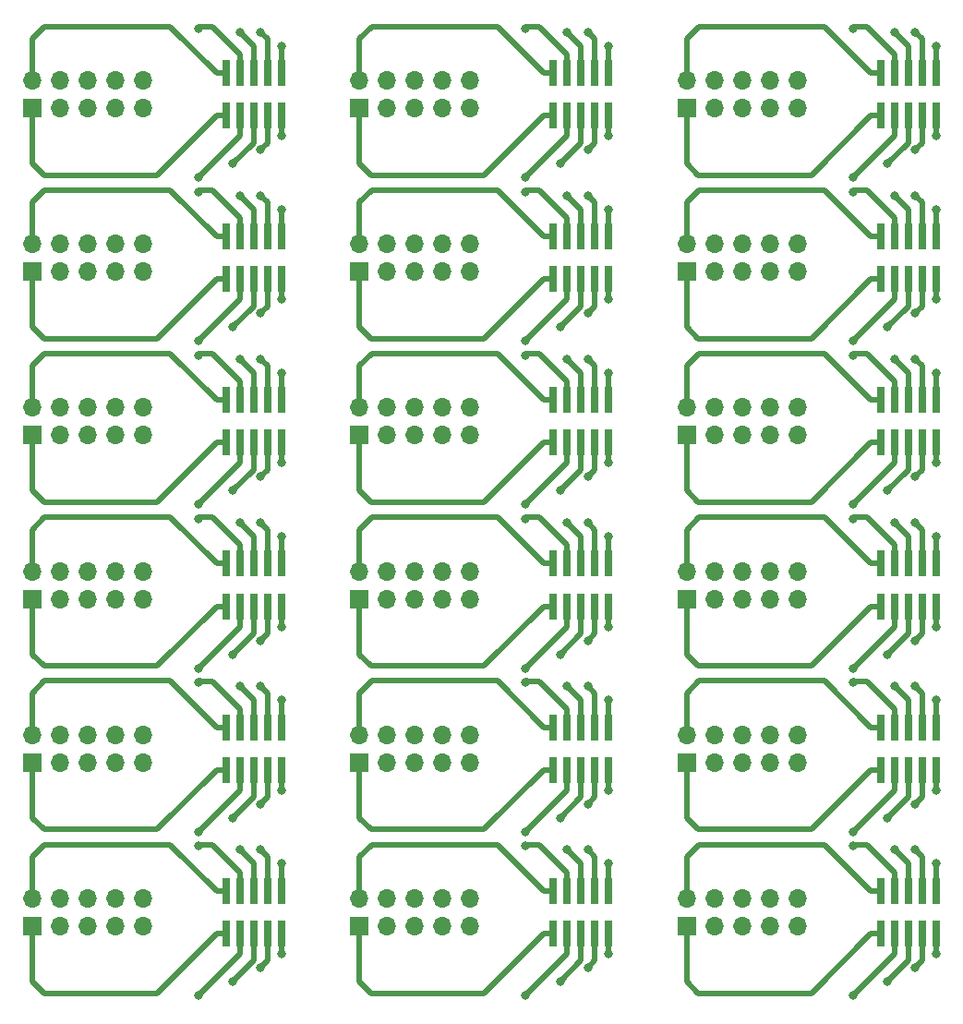
<source format=gbr>
G04 #@! TF.GenerationSoftware,KiCad,Pcbnew,5.1.5-52549c5~86~ubuntu18.04.1*
G04 #@! TF.CreationDate,2020-06-02T01:28:18-05:00*
G04 #@! TF.ProjectId,adap_127_254_panel,61646170-5f31-4323-975f-3235345f7061,rev?*
G04 #@! TF.SameCoordinates,Original*
G04 #@! TF.FileFunction,Copper,L1,Top*
G04 #@! TF.FilePolarity,Positive*
%FSLAX46Y46*%
G04 Gerber Fmt 4.6, Leading zero omitted, Abs format (unit mm)*
G04 Created by KiCad (PCBNEW 5.1.5-52549c5~86~ubuntu18.04.1) date 2020-06-02 01:28:18*
%MOMM*%
%LPD*%
G04 APERTURE LIST*
%ADD10R,0.740000X2.400000*%
%ADD11R,1.700000X1.700000*%
%ADD12O,1.700000X1.700000*%
%ADD13C,0.800000*%
%ADD14C,0.500000*%
G04 APERTURE END LIST*
D10*
X154615000Y-131560000D03*
X154615000Y-127660000D03*
X155885000Y-131560000D03*
X155885000Y-127660000D03*
X157155000Y-131560000D03*
X157155000Y-127660000D03*
X158425000Y-131560000D03*
X158425000Y-127660000D03*
X159695000Y-131560000D03*
X159695000Y-127660000D03*
X124615000Y-131560000D03*
X124615000Y-127660000D03*
X125885000Y-131560000D03*
X125885000Y-127660000D03*
X127155000Y-131560000D03*
X127155000Y-127660000D03*
X128425000Y-131560000D03*
X128425000Y-127660000D03*
X129695000Y-131560000D03*
X129695000Y-127660000D03*
X94615000Y-131560000D03*
X94615000Y-127660000D03*
X95885000Y-131560000D03*
X95885000Y-127660000D03*
X97155000Y-131560000D03*
X97155000Y-127660000D03*
X98425000Y-131560000D03*
X98425000Y-127660000D03*
X99695000Y-131560000D03*
X99695000Y-127660000D03*
X154615000Y-116560000D03*
X154615000Y-112660000D03*
X155885000Y-116560000D03*
X155885000Y-112660000D03*
X157155000Y-116560000D03*
X157155000Y-112660000D03*
X158425000Y-116560000D03*
X158425000Y-112660000D03*
X159695000Y-116560000D03*
X159695000Y-112660000D03*
X124615000Y-116560000D03*
X124615000Y-112660000D03*
X125885000Y-116560000D03*
X125885000Y-112660000D03*
X127155000Y-116560000D03*
X127155000Y-112660000D03*
X128425000Y-116560000D03*
X128425000Y-112660000D03*
X129695000Y-116560000D03*
X129695000Y-112660000D03*
X94615000Y-116560000D03*
X94615000Y-112660000D03*
X95885000Y-116560000D03*
X95885000Y-112660000D03*
X97155000Y-116560000D03*
X97155000Y-112660000D03*
X98425000Y-116560000D03*
X98425000Y-112660000D03*
X99695000Y-116560000D03*
X99695000Y-112660000D03*
X154615000Y-101560000D03*
X154615000Y-97660000D03*
X155885000Y-101560000D03*
X155885000Y-97660000D03*
X157155000Y-101560000D03*
X157155000Y-97660000D03*
X158425000Y-101560000D03*
X158425000Y-97660000D03*
X159695000Y-101560000D03*
X159695000Y-97660000D03*
X124615000Y-101560000D03*
X124615000Y-97660000D03*
X125885000Y-101560000D03*
X125885000Y-97660000D03*
X127155000Y-101560000D03*
X127155000Y-97660000D03*
X128425000Y-101560000D03*
X128425000Y-97660000D03*
X129695000Y-101560000D03*
X129695000Y-97660000D03*
X94615000Y-101560000D03*
X94615000Y-97660000D03*
X95885000Y-101560000D03*
X95885000Y-97660000D03*
X97155000Y-101560000D03*
X97155000Y-97660000D03*
X98425000Y-101560000D03*
X98425000Y-97660000D03*
X99695000Y-101560000D03*
X99695000Y-97660000D03*
X154615000Y-86560000D03*
X154615000Y-82660000D03*
X155885000Y-86560000D03*
X155885000Y-82660000D03*
X157155000Y-86560000D03*
X157155000Y-82660000D03*
X158425000Y-86560000D03*
X158425000Y-82660000D03*
X159695000Y-86560000D03*
X159695000Y-82660000D03*
X124615000Y-86560000D03*
X124615000Y-82660000D03*
X125885000Y-86560000D03*
X125885000Y-82660000D03*
X127155000Y-86560000D03*
X127155000Y-82660000D03*
X128425000Y-86560000D03*
X128425000Y-82660000D03*
X129695000Y-86560000D03*
X129695000Y-82660000D03*
X94615000Y-86560000D03*
X94615000Y-82660000D03*
X95885000Y-86560000D03*
X95885000Y-82660000D03*
X97155000Y-86560000D03*
X97155000Y-82660000D03*
X98425000Y-86560000D03*
X98425000Y-82660000D03*
X99695000Y-86560000D03*
X99695000Y-82660000D03*
X154615000Y-71560000D03*
X154615000Y-67660000D03*
X155885000Y-71560000D03*
X155885000Y-67660000D03*
X157155000Y-71560000D03*
X157155000Y-67660000D03*
X158425000Y-71560000D03*
X158425000Y-67660000D03*
X159695000Y-71560000D03*
X159695000Y-67660000D03*
X124615000Y-71560000D03*
X124615000Y-67660000D03*
X125885000Y-71560000D03*
X125885000Y-67660000D03*
X127155000Y-71560000D03*
X127155000Y-67660000D03*
X128425000Y-71560000D03*
X128425000Y-67660000D03*
X129695000Y-71560000D03*
X129695000Y-67660000D03*
X94615000Y-71560000D03*
X94615000Y-67660000D03*
X95885000Y-71560000D03*
X95885000Y-67660000D03*
X97155000Y-71560000D03*
X97155000Y-67660000D03*
X98425000Y-71560000D03*
X98425000Y-67660000D03*
X99695000Y-71560000D03*
X99695000Y-67660000D03*
X154615000Y-56560000D03*
X154615000Y-52660000D03*
X155885000Y-56560000D03*
X155885000Y-52660000D03*
X157155000Y-56560000D03*
X157155000Y-52660000D03*
X158425000Y-56560000D03*
X158425000Y-52660000D03*
X159695000Y-56560000D03*
X159695000Y-52660000D03*
X124615000Y-56560000D03*
X124615000Y-52660000D03*
X125885000Y-56560000D03*
X125885000Y-52660000D03*
X127155000Y-56560000D03*
X127155000Y-52660000D03*
X128425000Y-56560000D03*
X128425000Y-52660000D03*
X129695000Y-56560000D03*
X129695000Y-52660000D03*
D11*
X136835000Y-130880000D03*
D12*
X136835000Y-128340000D03*
X139375000Y-130880000D03*
X139375000Y-128340000D03*
X141915000Y-130880000D03*
X141915000Y-128340000D03*
X144455000Y-130880000D03*
X144455000Y-128340000D03*
X146995000Y-130880000D03*
X146995000Y-128340000D03*
D11*
X106835000Y-130880000D03*
D12*
X106835000Y-128340000D03*
X109375000Y-130880000D03*
X109375000Y-128340000D03*
X111915000Y-130880000D03*
X111915000Y-128340000D03*
X114455000Y-130880000D03*
X114455000Y-128340000D03*
X116995000Y-130880000D03*
X116995000Y-128340000D03*
D11*
X76835000Y-130880000D03*
D12*
X76835000Y-128340000D03*
X79375000Y-130880000D03*
X79375000Y-128340000D03*
X81915000Y-130880000D03*
X81915000Y-128340000D03*
X84455000Y-130880000D03*
X84455000Y-128340000D03*
X86995000Y-130880000D03*
X86995000Y-128340000D03*
D11*
X136835000Y-115880000D03*
D12*
X136835000Y-113340000D03*
X139375000Y-115880000D03*
X139375000Y-113340000D03*
X141915000Y-115880000D03*
X141915000Y-113340000D03*
X144455000Y-115880000D03*
X144455000Y-113340000D03*
X146995000Y-115880000D03*
X146995000Y-113340000D03*
D11*
X106835000Y-115880000D03*
D12*
X106835000Y-113340000D03*
X109375000Y-115880000D03*
X109375000Y-113340000D03*
X111915000Y-115880000D03*
X111915000Y-113340000D03*
X114455000Y-115880000D03*
X114455000Y-113340000D03*
X116995000Y-115880000D03*
X116995000Y-113340000D03*
D11*
X76835000Y-115880000D03*
D12*
X76835000Y-113340000D03*
X79375000Y-115880000D03*
X79375000Y-113340000D03*
X81915000Y-115880000D03*
X81915000Y-113340000D03*
X84455000Y-115880000D03*
X84455000Y-113340000D03*
X86995000Y-115880000D03*
X86995000Y-113340000D03*
D11*
X136835000Y-100880000D03*
D12*
X136835000Y-98340000D03*
X139375000Y-100880000D03*
X139375000Y-98340000D03*
X141915000Y-100880000D03*
X141915000Y-98340000D03*
X144455000Y-100880000D03*
X144455000Y-98340000D03*
X146995000Y-100880000D03*
X146995000Y-98340000D03*
D11*
X106835000Y-100880000D03*
D12*
X106835000Y-98340000D03*
X109375000Y-100880000D03*
X109375000Y-98340000D03*
X111915000Y-100880000D03*
X111915000Y-98340000D03*
X114455000Y-100880000D03*
X114455000Y-98340000D03*
X116995000Y-100880000D03*
X116995000Y-98340000D03*
D11*
X76835000Y-100880000D03*
D12*
X76835000Y-98340000D03*
X79375000Y-100880000D03*
X79375000Y-98340000D03*
X81915000Y-100880000D03*
X81915000Y-98340000D03*
X84455000Y-100880000D03*
X84455000Y-98340000D03*
X86995000Y-100880000D03*
X86995000Y-98340000D03*
D11*
X136835000Y-85880000D03*
D12*
X136835000Y-83340000D03*
X139375000Y-85880000D03*
X139375000Y-83340000D03*
X141915000Y-85880000D03*
X141915000Y-83340000D03*
X144455000Y-85880000D03*
X144455000Y-83340000D03*
X146995000Y-85880000D03*
X146995000Y-83340000D03*
D11*
X106835000Y-85880000D03*
D12*
X106835000Y-83340000D03*
X109375000Y-85880000D03*
X109375000Y-83340000D03*
X111915000Y-85880000D03*
X111915000Y-83340000D03*
X114455000Y-85880000D03*
X114455000Y-83340000D03*
X116995000Y-85880000D03*
X116995000Y-83340000D03*
D11*
X76835000Y-85880000D03*
D12*
X76835000Y-83340000D03*
X79375000Y-85880000D03*
X79375000Y-83340000D03*
X81915000Y-85880000D03*
X81915000Y-83340000D03*
X84455000Y-85880000D03*
X84455000Y-83340000D03*
X86995000Y-85880000D03*
X86995000Y-83340000D03*
D11*
X136835000Y-70880000D03*
D12*
X136835000Y-68340000D03*
X139375000Y-70880000D03*
X139375000Y-68340000D03*
X141915000Y-70880000D03*
X141915000Y-68340000D03*
X144455000Y-70880000D03*
X144455000Y-68340000D03*
X146995000Y-70880000D03*
X146995000Y-68340000D03*
D11*
X106835000Y-70880000D03*
D12*
X106835000Y-68340000D03*
X109375000Y-70880000D03*
X109375000Y-68340000D03*
X111915000Y-70880000D03*
X111915000Y-68340000D03*
X114455000Y-70880000D03*
X114455000Y-68340000D03*
X116995000Y-70880000D03*
X116995000Y-68340000D03*
D11*
X76835000Y-70880000D03*
D12*
X76835000Y-68340000D03*
X79375000Y-70880000D03*
X79375000Y-68340000D03*
X81915000Y-70880000D03*
X81915000Y-68340000D03*
X84455000Y-70880000D03*
X84455000Y-68340000D03*
X86995000Y-70880000D03*
X86995000Y-68340000D03*
D11*
X136835000Y-55880000D03*
D12*
X136835000Y-53340000D03*
X139375000Y-55880000D03*
X139375000Y-53340000D03*
X141915000Y-55880000D03*
X141915000Y-53340000D03*
X144455000Y-55880000D03*
X144455000Y-53340000D03*
X146995000Y-55880000D03*
X146995000Y-53340000D03*
D11*
X106835000Y-55880000D03*
D12*
X106835000Y-53340000D03*
X109375000Y-55880000D03*
X109375000Y-53340000D03*
X111915000Y-55880000D03*
X111915000Y-53340000D03*
X114455000Y-55880000D03*
X114455000Y-53340000D03*
X116995000Y-55880000D03*
X116995000Y-53340000D03*
D10*
X99695000Y-52660000D03*
X99695000Y-56560000D03*
X98425000Y-52660000D03*
X98425000Y-56560000D03*
X97155000Y-52660000D03*
X97155000Y-56560000D03*
X95885000Y-52660000D03*
X95885000Y-56560000D03*
X94615000Y-52660000D03*
X94615000Y-56560000D03*
D12*
X86995000Y-53340000D03*
X86995000Y-55880000D03*
X84455000Y-53340000D03*
X84455000Y-55880000D03*
X81915000Y-53340000D03*
X81915000Y-55880000D03*
X79375000Y-53340000D03*
X79375000Y-55880000D03*
X76835000Y-53340000D03*
D11*
X76835000Y-55880000D03*
D13*
X99695000Y-50165000D03*
X129695000Y-50165000D03*
X159695000Y-50165000D03*
X99695000Y-65165000D03*
X129695000Y-65165000D03*
X159695000Y-65165000D03*
X99695000Y-80165000D03*
X129695000Y-80165000D03*
X159695000Y-80165000D03*
X99695000Y-95165000D03*
X129695000Y-95165000D03*
X159695000Y-95165000D03*
X99695000Y-110165000D03*
X129695000Y-110165000D03*
X159695000Y-110165000D03*
X99695000Y-125165000D03*
X129695000Y-125165000D03*
X159695000Y-125165000D03*
X99695000Y-58420000D03*
X129695000Y-58420000D03*
X159695000Y-58420000D03*
X99695000Y-73420000D03*
X129695000Y-73420000D03*
X159695000Y-73420000D03*
X99695000Y-88420000D03*
X129695000Y-88420000D03*
X159695000Y-88420000D03*
X99695000Y-103420000D03*
X129695000Y-103420000D03*
X159695000Y-103420000D03*
X99695000Y-118420000D03*
X129695000Y-118420000D03*
X159695000Y-118420000D03*
X99695000Y-133420000D03*
X129695000Y-133420000D03*
X159695000Y-133420000D03*
X97790000Y-48895000D03*
X127790000Y-48895000D03*
X157790000Y-48895000D03*
X97790000Y-63895000D03*
X127790000Y-63895000D03*
X157790000Y-63895000D03*
X97790000Y-78895000D03*
X127790000Y-78895000D03*
X157790000Y-78895000D03*
X97790000Y-93895000D03*
X127790000Y-93895000D03*
X157790000Y-93895000D03*
X97790000Y-108895000D03*
X127790000Y-108895000D03*
X157790000Y-108895000D03*
X97790000Y-123895000D03*
X127790000Y-123895000D03*
X157790000Y-123895000D03*
X97790000Y-59690000D03*
X127790000Y-59690000D03*
X157790000Y-59690000D03*
X97790000Y-74690000D03*
X127790000Y-74690000D03*
X157790000Y-74690000D03*
X97790000Y-89690000D03*
X127790000Y-89690000D03*
X157790000Y-89690000D03*
X97790000Y-104690000D03*
X127790000Y-104690000D03*
X157790000Y-104690000D03*
X97790000Y-119690000D03*
X127790000Y-119690000D03*
X157790000Y-119690000D03*
X97790000Y-134690000D03*
X127790000Y-134690000D03*
X157790000Y-134690000D03*
X95885000Y-48895000D03*
X125885000Y-48895000D03*
X155885000Y-48895000D03*
X95885000Y-63895000D03*
X125885000Y-63895000D03*
X155885000Y-63895000D03*
X95885000Y-78895000D03*
X125885000Y-78895000D03*
X155885000Y-78895000D03*
X95885000Y-93895000D03*
X125885000Y-93895000D03*
X155885000Y-93895000D03*
X95885000Y-108895000D03*
X125885000Y-108895000D03*
X155885000Y-108895000D03*
X95885000Y-123895000D03*
X125885000Y-123895000D03*
X155885000Y-123895000D03*
X95250000Y-60960000D03*
X125250000Y-60960000D03*
X155250000Y-60960000D03*
X95250000Y-75960000D03*
X125250000Y-75960000D03*
X155250000Y-75960000D03*
X95250000Y-90960000D03*
X125250000Y-90960000D03*
X155250000Y-90960000D03*
X95250000Y-105960000D03*
X125250000Y-105960000D03*
X155250000Y-105960000D03*
X95250000Y-120960000D03*
X125250000Y-120960000D03*
X155250000Y-120960000D03*
X95250000Y-135960000D03*
X125250000Y-135960000D03*
X155250000Y-135960000D03*
X92075000Y-48555000D03*
X122075000Y-48555000D03*
X152075000Y-48555000D03*
X92075000Y-63555000D03*
X122075000Y-63555000D03*
X152075000Y-63555000D03*
X92075000Y-78555000D03*
X122075000Y-78555000D03*
X152075000Y-78555000D03*
X92075000Y-93555000D03*
X122075000Y-93555000D03*
X152075000Y-93555000D03*
X92075000Y-108555000D03*
X122075000Y-108555000D03*
X152075000Y-108555000D03*
X92075000Y-123555000D03*
X122075000Y-123555000D03*
X152075000Y-123555000D03*
X92075000Y-62230000D03*
X122075000Y-62230000D03*
X152075000Y-62230000D03*
X92075000Y-77230000D03*
X122075000Y-77230000D03*
X152075000Y-77230000D03*
X92075000Y-92230000D03*
X122075000Y-92230000D03*
X152075000Y-92230000D03*
X92075000Y-107230000D03*
X122075000Y-107230000D03*
X152075000Y-107230000D03*
X92075000Y-122230000D03*
X122075000Y-122230000D03*
X152075000Y-122230000D03*
X92075000Y-137230000D03*
X122075000Y-137230000D03*
X152075000Y-137230000D03*
D14*
X99695000Y-52660000D02*
X99695000Y-50165000D01*
X129695000Y-52660000D02*
X129695000Y-50165000D01*
X159695000Y-52660000D02*
X159695000Y-50165000D01*
X99695000Y-67660000D02*
X99695000Y-65165000D01*
X129695000Y-67660000D02*
X129695000Y-65165000D01*
X159695000Y-67660000D02*
X159695000Y-65165000D01*
X99695000Y-82660000D02*
X99695000Y-80165000D01*
X129695000Y-82660000D02*
X129695000Y-80165000D01*
X159695000Y-82660000D02*
X159695000Y-80165000D01*
X99695000Y-97660000D02*
X99695000Y-95165000D01*
X129695000Y-97660000D02*
X129695000Y-95165000D01*
X159695000Y-97660000D02*
X159695000Y-95165000D01*
X99695000Y-112660000D02*
X99695000Y-110165000D01*
X129695000Y-112660000D02*
X129695000Y-110165000D01*
X159695000Y-112660000D02*
X159695000Y-110165000D01*
X99695000Y-127660000D02*
X99695000Y-125165000D01*
X129695000Y-127660000D02*
X129695000Y-125165000D01*
X159695000Y-127660000D02*
X159695000Y-125165000D01*
X99695000Y-56560000D02*
X99695000Y-58420000D01*
X129695000Y-56560000D02*
X129695000Y-58420000D01*
X159695000Y-56560000D02*
X159695000Y-58420000D01*
X99695000Y-71560000D02*
X99695000Y-73420000D01*
X129695000Y-71560000D02*
X129695000Y-73420000D01*
X159695000Y-71560000D02*
X159695000Y-73420000D01*
X99695000Y-86560000D02*
X99695000Y-88420000D01*
X129695000Y-86560000D02*
X129695000Y-88420000D01*
X159695000Y-86560000D02*
X159695000Y-88420000D01*
X99695000Y-101560000D02*
X99695000Y-103420000D01*
X129695000Y-101560000D02*
X129695000Y-103420000D01*
X159695000Y-101560000D02*
X159695000Y-103420000D01*
X99695000Y-116560000D02*
X99695000Y-118420000D01*
X129695000Y-116560000D02*
X129695000Y-118420000D01*
X159695000Y-116560000D02*
X159695000Y-118420000D01*
X99695000Y-131560000D02*
X99695000Y-133420000D01*
X129695000Y-131560000D02*
X129695000Y-133420000D01*
X159695000Y-131560000D02*
X159695000Y-133420000D01*
X98425000Y-52660000D02*
X98425000Y-49530000D01*
X98425000Y-49530000D02*
X97790000Y-48895000D01*
X128425000Y-52660000D02*
X128425000Y-49530000D01*
X158425000Y-52660000D02*
X158425000Y-49530000D01*
X98425000Y-67660000D02*
X98425000Y-64530000D01*
X128425000Y-67660000D02*
X128425000Y-64530000D01*
X158425000Y-67660000D02*
X158425000Y-64530000D01*
X98425000Y-82660000D02*
X98425000Y-79530000D01*
X128425000Y-82660000D02*
X128425000Y-79530000D01*
X158425000Y-82660000D02*
X158425000Y-79530000D01*
X98425000Y-97660000D02*
X98425000Y-94530000D01*
X128425000Y-97660000D02*
X128425000Y-94530000D01*
X158425000Y-97660000D02*
X158425000Y-94530000D01*
X98425000Y-112660000D02*
X98425000Y-109530000D01*
X128425000Y-112660000D02*
X128425000Y-109530000D01*
X158425000Y-112660000D02*
X158425000Y-109530000D01*
X98425000Y-127660000D02*
X98425000Y-124530000D01*
X128425000Y-127660000D02*
X128425000Y-124530000D01*
X158425000Y-127660000D02*
X158425000Y-124530000D01*
X128425000Y-49530000D02*
X127790000Y-48895000D01*
X158425000Y-49530000D02*
X157790000Y-48895000D01*
X98425000Y-64530000D02*
X97790000Y-63895000D01*
X128425000Y-64530000D02*
X127790000Y-63895000D01*
X158425000Y-64530000D02*
X157790000Y-63895000D01*
X98425000Y-79530000D02*
X97790000Y-78895000D01*
X128425000Y-79530000D02*
X127790000Y-78895000D01*
X158425000Y-79530000D02*
X157790000Y-78895000D01*
X98425000Y-94530000D02*
X97790000Y-93895000D01*
X128425000Y-94530000D02*
X127790000Y-93895000D01*
X158425000Y-94530000D02*
X157790000Y-93895000D01*
X98425000Y-109530000D02*
X97790000Y-108895000D01*
X128425000Y-109530000D02*
X127790000Y-108895000D01*
X158425000Y-109530000D02*
X157790000Y-108895000D01*
X98425000Y-124530000D02*
X97790000Y-123895000D01*
X128425000Y-124530000D02*
X127790000Y-123895000D01*
X158425000Y-124530000D02*
X157790000Y-123895000D01*
X97790000Y-59690000D02*
X98425000Y-59055000D01*
X98425000Y-59055000D02*
X98425000Y-56560000D01*
X128425000Y-59055000D02*
X128425000Y-56560000D01*
X158425000Y-59055000D02*
X158425000Y-56560000D01*
X98425000Y-74055000D02*
X98425000Y-71560000D01*
X128425000Y-74055000D02*
X128425000Y-71560000D01*
X158425000Y-74055000D02*
X158425000Y-71560000D01*
X98425000Y-89055000D02*
X98425000Y-86560000D01*
X128425000Y-89055000D02*
X128425000Y-86560000D01*
X158425000Y-89055000D02*
X158425000Y-86560000D01*
X98425000Y-104055000D02*
X98425000Y-101560000D01*
X128425000Y-104055000D02*
X128425000Y-101560000D01*
X158425000Y-104055000D02*
X158425000Y-101560000D01*
X98425000Y-119055000D02*
X98425000Y-116560000D01*
X128425000Y-119055000D02*
X128425000Y-116560000D01*
X158425000Y-119055000D02*
X158425000Y-116560000D01*
X98425000Y-134055000D02*
X98425000Y-131560000D01*
X128425000Y-134055000D02*
X128425000Y-131560000D01*
X158425000Y-134055000D02*
X158425000Y-131560000D01*
X127790000Y-59690000D02*
X128425000Y-59055000D01*
X157790000Y-59690000D02*
X158425000Y-59055000D01*
X97790000Y-74690000D02*
X98425000Y-74055000D01*
X127790000Y-74690000D02*
X128425000Y-74055000D01*
X157790000Y-74690000D02*
X158425000Y-74055000D01*
X97790000Y-89690000D02*
X98425000Y-89055000D01*
X127790000Y-89690000D02*
X128425000Y-89055000D01*
X157790000Y-89690000D02*
X158425000Y-89055000D01*
X97790000Y-104690000D02*
X98425000Y-104055000D01*
X127790000Y-104690000D02*
X128425000Y-104055000D01*
X157790000Y-104690000D02*
X158425000Y-104055000D01*
X97790000Y-119690000D02*
X98425000Y-119055000D01*
X127790000Y-119690000D02*
X128425000Y-119055000D01*
X157790000Y-119690000D02*
X158425000Y-119055000D01*
X97790000Y-134690000D02*
X98425000Y-134055000D01*
X127790000Y-134690000D02*
X128425000Y-134055000D01*
X157790000Y-134690000D02*
X158425000Y-134055000D01*
X97155000Y-52660000D02*
X97155000Y-50165000D01*
X97155000Y-50165000D02*
X95885000Y-48895000D01*
X127155000Y-50165000D02*
X125885000Y-48895000D01*
X157155000Y-50165000D02*
X155885000Y-48895000D01*
X97155000Y-65165000D02*
X95885000Y-63895000D01*
X127155000Y-65165000D02*
X125885000Y-63895000D01*
X157155000Y-65165000D02*
X155885000Y-63895000D01*
X97155000Y-80165000D02*
X95885000Y-78895000D01*
X127155000Y-80165000D02*
X125885000Y-78895000D01*
X157155000Y-80165000D02*
X155885000Y-78895000D01*
X97155000Y-95165000D02*
X95885000Y-93895000D01*
X127155000Y-95165000D02*
X125885000Y-93895000D01*
X157155000Y-95165000D02*
X155885000Y-93895000D01*
X97155000Y-110165000D02*
X95885000Y-108895000D01*
X127155000Y-110165000D02*
X125885000Y-108895000D01*
X157155000Y-110165000D02*
X155885000Y-108895000D01*
X97155000Y-125165000D02*
X95885000Y-123895000D01*
X127155000Y-125165000D02*
X125885000Y-123895000D01*
X157155000Y-125165000D02*
X155885000Y-123895000D01*
X127155000Y-52660000D02*
X127155000Y-50165000D01*
X157155000Y-52660000D02*
X157155000Y-50165000D01*
X97155000Y-67660000D02*
X97155000Y-65165000D01*
X127155000Y-67660000D02*
X127155000Y-65165000D01*
X157155000Y-67660000D02*
X157155000Y-65165000D01*
X97155000Y-82660000D02*
X97155000Y-80165000D01*
X127155000Y-82660000D02*
X127155000Y-80165000D01*
X157155000Y-82660000D02*
X157155000Y-80165000D01*
X97155000Y-97660000D02*
X97155000Y-95165000D01*
X127155000Y-97660000D02*
X127155000Y-95165000D01*
X157155000Y-97660000D02*
X157155000Y-95165000D01*
X97155000Y-112660000D02*
X97155000Y-110165000D01*
X127155000Y-112660000D02*
X127155000Y-110165000D01*
X157155000Y-112660000D02*
X157155000Y-110165000D01*
X97155000Y-127660000D02*
X97155000Y-125165000D01*
X127155000Y-127660000D02*
X127155000Y-125165000D01*
X157155000Y-127660000D02*
X157155000Y-125165000D01*
X95250000Y-60960000D02*
X97155000Y-59055000D01*
X97155000Y-59055000D02*
X97155000Y-56560000D01*
X125250000Y-60960000D02*
X127155000Y-59055000D01*
X155250000Y-60960000D02*
X157155000Y-59055000D01*
X95250000Y-75960000D02*
X97155000Y-74055000D01*
X125250000Y-75960000D02*
X127155000Y-74055000D01*
X155250000Y-75960000D02*
X157155000Y-74055000D01*
X95250000Y-90960000D02*
X97155000Y-89055000D01*
X125250000Y-90960000D02*
X127155000Y-89055000D01*
X155250000Y-90960000D02*
X157155000Y-89055000D01*
X95250000Y-105960000D02*
X97155000Y-104055000D01*
X125250000Y-105960000D02*
X127155000Y-104055000D01*
X155250000Y-105960000D02*
X157155000Y-104055000D01*
X95250000Y-120960000D02*
X97155000Y-119055000D01*
X125250000Y-120960000D02*
X127155000Y-119055000D01*
X155250000Y-120960000D02*
X157155000Y-119055000D01*
X95250000Y-135960000D02*
X97155000Y-134055000D01*
X125250000Y-135960000D02*
X127155000Y-134055000D01*
X155250000Y-135960000D02*
X157155000Y-134055000D01*
X127155000Y-59055000D02*
X127155000Y-56560000D01*
X157155000Y-59055000D02*
X157155000Y-56560000D01*
X97155000Y-74055000D02*
X97155000Y-71560000D01*
X127155000Y-74055000D02*
X127155000Y-71560000D01*
X157155000Y-74055000D02*
X157155000Y-71560000D01*
X97155000Y-89055000D02*
X97155000Y-86560000D01*
X127155000Y-89055000D02*
X127155000Y-86560000D01*
X157155000Y-89055000D02*
X157155000Y-86560000D01*
X97155000Y-104055000D02*
X97155000Y-101560000D01*
X127155000Y-104055000D02*
X127155000Y-101560000D01*
X157155000Y-104055000D02*
X157155000Y-101560000D01*
X97155000Y-119055000D02*
X97155000Y-116560000D01*
X127155000Y-119055000D02*
X127155000Y-116560000D01*
X157155000Y-119055000D02*
X157155000Y-116560000D01*
X97155000Y-134055000D02*
X97155000Y-131560000D01*
X127155000Y-134055000D02*
X127155000Y-131560000D01*
X157155000Y-134055000D02*
X157155000Y-131560000D01*
X95885000Y-50960000D02*
X93345000Y-48420000D01*
X95885000Y-52660000D02*
X95885000Y-50960000D01*
X92235000Y-48420000D02*
X92220010Y-48405010D01*
X93345000Y-48420000D02*
X92235000Y-48420000D01*
X92220010Y-48405010D02*
X92220010Y-48409990D01*
X92220010Y-48409990D02*
X92075000Y-48555000D01*
X125885000Y-52660000D02*
X125885000Y-50960000D01*
X155885000Y-52660000D02*
X155885000Y-50960000D01*
X95885000Y-67660000D02*
X95885000Y-65960000D01*
X125885000Y-67660000D02*
X125885000Y-65960000D01*
X155885000Y-67660000D02*
X155885000Y-65960000D01*
X95885000Y-82660000D02*
X95885000Y-80960000D01*
X125885000Y-82660000D02*
X125885000Y-80960000D01*
X155885000Y-82660000D02*
X155885000Y-80960000D01*
X95885000Y-97660000D02*
X95885000Y-95960000D01*
X125885000Y-97660000D02*
X125885000Y-95960000D01*
X155885000Y-97660000D02*
X155885000Y-95960000D01*
X95885000Y-112660000D02*
X95885000Y-110960000D01*
X125885000Y-112660000D02*
X125885000Y-110960000D01*
X155885000Y-112660000D02*
X155885000Y-110960000D01*
X95885000Y-127660000D02*
X95885000Y-125960000D01*
X125885000Y-127660000D02*
X125885000Y-125960000D01*
X155885000Y-127660000D02*
X155885000Y-125960000D01*
X123345000Y-48420000D02*
X122235000Y-48420000D01*
X153345000Y-48420000D02*
X152235000Y-48420000D01*
X93345000Y-63420000D02*
X92235000Y-63420000D01*
X123345000Y-63420000D02*
X122235000Y-63420000D01*
X153345000Y-63420000D02*
X152235000Y-63420000D01*
X93345000Y-78420000D02*
X92235000Y-78420000D01*
X123345000Y-78420000D02*
X122235000Y-78420000D01*
X153345000Y-78420000D02*
X152235000Y-78420000D01*
X93345000Y-93420000D02*
X92235000Y-93420000D01*
X123345000Y-93420000D02*
X122235000Y-93420000D01*
X153345000Y-93420000D02*
X152235000Y-93420000D01*
X93345000Y-108420000D02*
X92235000Y-108420000D01*
X123345000Y-108420000D02*
X122235000Y-108420000D01*
X153345000Y-108420000D02*
X152235000Y-108420000D01*
X93345000Y-123420000D02*
X92235000Y-123420000D01*
X123345000Y-123420000D02*
X122235000Y-123420000D01*
X153345000Y-123420000D02*
X152235000Y-123420000D01*
X122220010Y-48405010D02*
X122220010Y-48409990D01*
X152220010Y-48405010D02*
X152220010Y-48409990D01*
X92220010Y-63405010D02*
X92220010Y-63409990D01*
X122220010Y-63405010D02*
X122220010Y-63409990D01*
X152220010Y-63405010D02*
X152220010Y-63409990D01*
X92220010Y-78405010D02*
X92220010Y-78409990D01*
X122220010Y-78405010D02*
X122220010Y-78409990D01*
X152220010Y-78405010D02*
X152220010Y-78409990D01*
X92220010Y-93405010D02*
X92220010Y-93409990D01*
X122220010Y-93405010D02*
X122220010Y-93409990D01*
X152220010Y-93405010D02*
X152220010Y-93409990D01*
X92220010Y-108405010D02*
X92220010Y-108409990D01*
X122220010Y-108405010D02*
X122220010Y-108409990D01*
X152220010Y-108405010D02*
X152220010Y-108409990D01*
X92220010Y-123405010D02*
X92220010Y-123409990D01*
X122220010Y-123405010D02*
X122220010Y-123409990D01*
X152220010Y-123405010D02*
X152220010Y-123409990D01*
X125885000Y-50960000D02*
X123345000Y-48420000D01*
X155885000Y-50960000D02*
X153345000Y-48420000D01*
X95885000Y-65960000D02*
X93345000Y-63420000D01*
X125885000Y-65960000D02*
X123345000Y-63420000D01*
X155885000Y-65960000D02*
X153345000Y-63420000D01*
X95885000Y-80960000D02*
X93345000Y-78420000D01*
X125885000Y-80960000D02*
X123345000Y-78420000D01*
X155885000Y-80960000D02*
X153345000Y-78420000D01*
X95885000Y-95960000D02*
X93345000Y-93420000D01*
X125885000Y-95960000D02*
X123345000Y-93420000D01*
X155885000Y-95960000D02*
X153345000Y-93420000D01*
X95885000Y-110960000D02*
X93345000Y-108420000D01*
X125885000Y-110960000D02*
X123345000Y-108420000D01*
X155885000Y-110960000D02*
X153345000Y-108420000D01*
X95885000Y-125960000D02*
X93345000Y-123420000D01*
X125885000Y-125960000D02*
X123345000Y-123420000D01*
X155885000Y-125960000D02*
X153345000Y-123420000D01*
X122235000Y-48420000D02*
X122220010Y-48405010D01*
X152235000Y-48420000D02*
X152220010Y-48405010D01*
X92235000Y-63420000D02*
X92220010Y-63405010D01*
X122235000Y-63420000D02*
X122220010Y-63405010D01*
X152235000Y-63420000D02*
X152220010Y-63405010D01*
X92235000Y-78420000D02*
X92220010Y-78405010D01*
X122235000Y-78420000D02*
X122220010Y-78405010D01*
X152235000Y-78420000D02*
X152220010Y-78405010D01*
X92235000Y-93420000D02*
X92220010Y-93405010D01*
X122235000Y-93420000D02*
X122220010Y-93405010D01*
X152235000Y-93420000D02*
X152220010Y-93405010D01*
X92235000Y-108420000D02*
X92220010Y-108405010D01*
X122235000Y-108420000D02*
X122220010Y-108405010D01*
X152235000Y-108420000D02*
X152220010Y-108405010D01*
X92235000Y-123420000D02*
X92220010Y-123405010D01*
X122235000Y-123420000D02*
X122220010Y-123405010D01*
X152235000Y-123420000D02*
X152220010Y-123405010D01*
X122220010Y-48409990D02*
X122075000Y-48555000D01*
X152220010Y-48409990D02*
X152075000Y-48555000D01*
X92220010Y-63409990D02*
X92075000Y-63555000D01*
X122220010Y-63409990D02*
X122075000Y-63555000D01*
X152220010Y-63409990D02*
X152075000Y-63555000D01*
X92220010Y-78409990D02*
X92075000Y-78555000D01*
X122220010Y-78409990D02*
X122075000Y-78555000D01*
X152220010Y-78409990D02*
X152075000Y-78555000D01*
X92220010Y-93409990D02*
X92075000Y-93555000D01*
X122220010Y-93409990D02*
X122075000Y-93555000D01*
X152220010Y-93409990D02*
X152075000Y-93555000D01*
X92220010Y-108409990D02*
X92075000Y-108555000D01*
X122220010Y-108409990D02*
X122075000Y-108555000D01*
X152220010Y-108409990D02*
X152075000Y-108555000D01*
X92220010Y-123409990D02*
X92075000Y-123555000D01*
X122220010Y-123409990D02*
X122075000Y-123555000D01*
X152220010Y-123409990D02*
X152075000Y-123555000D01*
X95885000Y-58420000D02*
X95885000Y-56560000D01*
X92075000Y-62230000D02*
X95885000Y-58420000D01*
X122075000Y-62230000D02*
X125885000Y-58420000D01*
X152075000Y-62230000D02*
X155885000Y-58420000D01*
X92075000Y-77230000D02*
X95885000Y-73420000D01*
X122075000Y-77230000D02*
X125885000Y-73420000D01*
X152075000Y-77230000D02*
X155885000Y-73420000D01*
X92075000Y-92230000D02*
X95885000Y-88420000D01*
X122075000Y-92230000D02*
X125885000Y-88420000D01*
X152075000Y-92230000D02*
X155885000Y-88420000D01*
X92075000Y-107230000D02*
X95885000Y-103420000D01*
X122075000Y-107230000D02*
X125885000Y-103420000D01*
X152075000Y-107230000D02*
X155885000Y-103420000D01*
X92075000Y-122230000D02*
X95885000Y-118420000D01*
X122075000Y-122230000D02*
X125885000Y-118420000D01*
X152075000Y-122230000D02*
X155885000Y-118420000D01*
X92075000Y-137230000D02*
X95885000Y-133420000D01*
X122075000Y-137230000D02*
X125885000Y-133420000D01*
X152075000Y-137230000D02*
X155885000Y-133420000D01*
X125885000Y-58420000D02*
X125885000Y-56560000D01*
X155885000Y-58420000D02*
X155885000Y-56560000D01*
X95885000Y-73420000D02*
X95885000Y-71560000D01*
X125885000Y-73420000D02*
X125885000Y-71560000D01*
X155885000Y-73420000D02*
X155885000Y-71560000D01*
X95885000Y-88420000D02*
X95885000Y-86560000D01*
X125885000Y-88420000D02*
X125885000Y-86560000D01*
X155885000Y-88420000D02*
X155885000Y-86560000D01*
X95885000Y-103420000D02*
X95885000Y-101560000D01*
X125885000Y-103420000D02*
X125885000Y-101560000D01*
X155885000Y-103420000D02*
X155885000Y-101560000D01*
X95885000Y-118420000D02*
X95885000Y-116560000D01*
X125885000Y-118420000D02*
X125885000Y-116560000D01*
X155885000Y-118420000D02*
X155885000Y-116560000D01*
X95885000Y-133420000D02*
X95885000Y-131560000D01*
X125885000Y-133420000D02*
X125885000Y-131560000D01*
X155885000Y-133420000D02*
X155885000Y-131560000D01*
X76835000Y-49530000D02*
X76835000Y-53340000D01*
X77959990Y-48405010D02*
X76835000Y-49530000D01*
X89490010Y-48405010D02*
X77959990Y-48405010D01*
X94615000Y-52660000D02*
X93745000Y-52660000D01*
X93745000Y-52660000D02*
X89490010Y-48405010D01*
X123745000Y-52660000D02*
X119490010Y-48405010D01*
X153745000Y-52660000D02*
X149490010Y-48405010D01*
X93745000Y-67660000D02*
X89490010Y-63405010D01*
X123745000Y-67660000D02*
X119490010Y-63405010D01*
X153745000Y-67660000D02*
X149490010Y-63405010D01*
X93745000Y-82660000D02*
X89490010Y-78405010D01*
X123745000Y-82660000D02*
X119490010Y-78405010D01*
X153745000Y-82660000D02*
X149490010Y-78405010D01*
X93745000Y-97660000D02*
X89490010Y-93405010D01*
X123745000Y-97660000D02*
X119490010Y-93405010D01*
X153745000Y-97660000D02*
X149490010Y-93405010D01*
X93745000Y-112660000D02*
X89490010Y-108405010D01*
X123745000Y-112660000D02*
X119490010Y-108405010D01*
X153745000Y-112660000D02*
X149490010Y-108405010D01*
X93745000Y-127660000D02*
X89490010Y-123405010D01*
X123745000Y-127660000D02*
X119490010Y-123405010D01*
X153745000Y-127660000D02*
X149490010Y-123405010D01*
X119490010Y-48405010D02*
X107959990Y-48405010D01*
X149490010Y-48405010D02*
X137959990Y-48405010D01*
X89490010Y-63405010D02*
X77959990Y-63405010D01*
X119490010Y-63405010D02*
X107959990Y-63405010D01*
X149490010Y-63405010D02*
X137959990Y-63405010D01*
X89490010Y-78405010D02*
X77959990Y-78405010D01*
X119490010Y-78405010D02*
X107959990Y-78405010D01*
X149490010Y-78405010D02*
X137959990Y-78405010D01*
X89490010Y-93405010D02*
X77959990Y-93405010D01*
X119490010Y-93405010D02*
X107959990Y-93405010D01*
X149490010Y-93405010D02*
X137959990Y-93405010D01*
X89490010Y-108405010D02*
X77959990Y-108405010D01*
X119490010Y-108405010D02*
X107959990Y-108405010D01*
X149490010Y-108405010D02*
X137959990Y-108405010D01*
X89490010Y-123405010D02*
X77959990Y-123405010D01*
X119490010Y-123405010D02*
X107959990Y-123405010D01*
X149490010Y-123405010D02*
X137959990Y-123405010D01*
X107959990Y-48405010D02*
X106835000Y-49530000D01*
X137959990Y-48405010D02*
X136835000Y-49530000D01*
X77959990Y-63405010D02*
X76835000Y-64530000D01*
X107959990Y-63405010D02*
X106835000Y-64530000D01*
X137959990Y-63405010D02*
X136835000Y-64530000D01*
X77959990Y-78405010D02*
X76835000Y-79530000D01*
X107959990Y-78405010D02*
X106835000Y-79530000D01*
X137959990Y-78405010D02*
X136835000Y-79530000D01*
X77959990Y-93405010D02*
X76835000Y-94530000D01*
X107959990Y-93405010D02*
X106835000Y-94530000D01*
X137959990Y-93405010D02*
X136835000Y-94530000D01*
X77959990Y-108405010D02*
X76835000Y-109530000D01*
X107959990Y-108405010D02*
X106835000Y-109530000D01*
X137959990Y-108405010D02*
X136835000Y-109530000D01*
X77959990Y-123405010D02*
X76835000Y-124530000D01*
X107959990Y-123405010D02*
X106835000Y-124530000D01*
X137959990Y-123405010D02*
X136835000Y-124530000D01*
X124615000Y-52660000D02*
X123745000Y-52660000D01*
X154615000Y-52660000D02*
X153745000Y-52660000D01*
X94615000Y-67660000D02*
X93745000Y-67660000D01*
X124615000Y-67660000D02*
X123745000Y-67660000D01*
X154615000Y-67660000D02*
X153745000Y-67660000D01*
X94615000Y-82660000D02*
X93745000Y-82660000D01*
X124615000Y-82660000D02*
X123745000Y-82660000D01*
X154615000Y-82660000D02*
X153745000Y-82660000D01*
X94615000Y-97660000D02*
X93745000Y-97660000D01*
X124615000Y-97660000D02*
X123745000Y-97660000D01*
X154615000Y-97660000D02*
X153745000Y-97660000D01*
X94615000Y-112660000D02*
X93745000Y-112660000D01*
X124615000Y-112660000D02*
X123745000Y-112660000D01*
X154615000Y-112660000D02*
X153745000Y-112660000D01*
X94615000Y-127660000D02*
X93745000Y-127660000D01*
X124615000Y-127660000D02*
X123745000Y-127660000D01*
X154615000Y-127660000D02*
X153745000Y-127660000D01*
X106835000Y-49530000D02*
X106835000Y-53340000D01*
X136835000Y-49530000D02*
X136835000Y-53340000D01*
X76835000Y-64530000D02*
X76835000Y-68340000D01*
X106835000Y-64530000D02*
X106835000Y-68340000D01*
X136835000Y-64530000D02*
X136835000Y-68340000D01*
X76835000Y-79530000D02*
X76835000Y-83340000D01*
X106835000Y-79530000D02*
X106835000Y-83340000D01*
X136835000Y-79530000D02*
X136835000Y-83340000D01*
X76835000Y-94530000D02*
X76835000Y-98340000D01*
X106835000Y-94530000D02*
X106835000Y-98340000D01*
X136835000Y-94530000D02*
X136835000Y-98340000D01*
X76835000Y-109530000D02*
X76835000Y-113340000D01*
X106835000Y-109530000D02*
X106835000Y-113340000D01*
X136835000Y-109530000D02*
X136835000Y-113340000D01*
X76835000Y-124530000D02*
X76835000Y-128340000D01*
X106835000Y-124530000D02*
X106835000Y-128340000D01*
X136835000Y-124530000D02*
X136835000Y-128340000D01*
X93745000Y-56560000D02*
X88265000Y-62040000D01*
X94615000Y-56560000D02*
X93745000Y-56560000D01*
X88265000Y-62040000D02*
X77915000Y-62040000D01*
X76835000Y-60960000D02*
X76835000Y-55880000D01*
X77915000Y-62040000D02*
X76835000Y-60960000D01*
X106835000Y-60960000D02*
X106835000Y-55880000D01*
X136835000Y-60960000D02*
X136835000Y-55880000D01*
X76835000Y-75960000D02*
X76835000Y-70880000D01*
X106835000Y-75960000D02*
X106835000Y-70880000D01*
X136835000Y-75960000D02*
X136835000Y-70880000D01*
X76835000Y-90960000D02*
X76835000Y-85880000D01*
X106835000Y-90960000D02*
X106835000Y-85880000D01*
X136835000Y-90960000D02*
X136835000Y-85880000D01*
X76835000Y-105960000D02*
X76835000Y-100880000D01*
X106835000Y-105960000D02*
X106835000Y-100880000D01*
X136835000Y-105960000D02*
X136835000Y-100880000D01*
X76835000Y-120960000D02*
X76835000Y-115880000D01*
X106835000Y-120960000D02*
X106835000Y-115880000D01*
X136835000Y-120960000D02*
X136835000Y-115880000D01*
X76835000Y-135960000D02*
X76835000Y-130880000D01*
X106835000Y-135960000D02*
X106835000Y-130880000D01*
X136835000Y-135960000D02*
X136835000Y-130880000D01*
X107915000Y-62040000D02*
X106835000Y-60960000D01*
X137915000Y-62040000D02*
X136835000Y-60960000D01*
X77915000Y-77040000D02*
X76835000Y-75960000D01*
X107915000Y-77040000D02*
X106835000Y-75960000D01*
X137915000Y-77040000D02*
X136835000Y-75960000D01*
X77915000Y-92040000D02*
X76835000Y-90960000D01*
X107915000Y-92040000D02*
X106835000Y-90960000D01*
X137915000Y-92040000D02*
X136835000Y-90960000D01*
X77915000Y-107040000D02*
X76835000Y-105960000D01*
X107915000Y-107040000D02*
X106835000Y-105960000D01*
X137915000Y-107040000D02*
X136835000Y-105960000D01*
X77915000Y-122040000D02*
X76835000Y-120960000D01*
X107915000Y-122040000D02*
X106835000Y-120960000D01*
X137915000Y-122040000D02*
X136835000Y-120960000D01*
X77915000Y-137040000D02*
X76835000Y-135960000D01*
X107915000Y-137040000D02*
X106835000Y-135960000D01*
X137915000Y-137040000D02*
X136835000Y-135960000D01*
X124615000Y-56560000D02*
X123745000Y-56560000D01*
X154615000Y-56560000D02*
X153745000Y-56560000D01*
X94615000Y-71560000D02*
X93745000Y-71560000D01*
X124615000Y-71560000D02*
X123745000Y-71560000D01*
X154615000Y-71560000D02*
X153745000Y-71560000D01*
X94615000Y-86560000D02*
X93745000Y-86560000D01*
X124615000Y-86560000D02*
X123745000Y-86560000D01*
X154615000Y-86560000D02*
X153745000Y-86560000D01*
X94615000Y-101560000D02*
X93745000Y-101560000D01*
X124615000Y-101560000D02*
X123745000Y-101560000D01*
X154615000Y-101560000D02*
X153745000Y-101560000D01*
X94615000Y-116560000D02*
X93745000Y-116560000D01*
X124615000Y-116560000D02*
X123745000Y-116560000D01*
X154615000Y-116560000D02*
X153745000Y-116560000D01*
X94615000Y-131560000D02*
X93745000Y-131560000D01*
X124615000Y-131560000D02*
X123745000Y-131560000D01*
X154615000Y-131560000D02*
X153745000Y-131560000D01*
X118265000Y-62040000D02*
X107915000Y-62040000D01*
X148265000Y-62040000D02*
X137915000Y-62040000D01*
X88265000Y-77040000D02*
X77915000Y-77040000D01*
X118265000Y-77040000D02*
X107915000Y-77040000D01*
X148265000Y-77040000D02*
X137915000Y-77040000D01*
X88265000Y-92040000D02*
X77915000Y-92040000D01*
X118265000Y-92040000D02*
X107915000Y-92040000D01*
X148265000Y-92040000D02*
X137915000Y-92040000D01*
X88265000Y-107040000D02*
X77915000Y-107040000D01*
X118265000Y-107040000D02*
X107915000Y-107040000D01*
X148265000Y-107040000D02*
X137915000Y-107040000D01*
X88265000Y-122040000D02*
X77915000Y-122040000D01*
X118265000Y-122040000D02*
X107915000Y-122040000D01*
X148265000Y-122040000D02*
X137915000Y-122040000D01*
X88265000Y-137040000D02*
X77915000Y-137040000D01*
X118265000Y-137040000D02*
X107915000Y-137040000D01*
X148265000Y-137040000D02*
X137915000Y-137040000D01*
X123745000Y-56560000D02*
X118265000Y-62040000D01*
X153745000Y-56560000D02*
X148265000Y-62040000D01*
X93745000Y-71560000D02*
X88265000Y-77040000D01*
X123745000Y-71560000D02*
X118265000Y-77040000D01*
X153745000Y-71560000D02*
X148265000Y-77040000D01*
X93745000Y-86560000D02*
X88265000Y-92040000D01*
X123745000Y-86560000D02*
X118265000Y-92040000D01*
X153745000Y-86560000D02*
X148265000Y-92040000D01*
X93745000Y-101560000D02*
X88265000Y-107040000D01*
X123745000Y-101560000D02*
X118265000Y-107040000D01*
X153745000Y-101560000D02*
X148265000Y-107040000D01*
X93745000Y-116560000D02*
X88265000Y-122040000D01*
X123745000Y-116560000D02*
X118265000Y-122040000D01*
X153745000Y-116560000D02*
X148265000Y-122040000D01*
X93745000Y-131560000D02*
X88265000Y-137040000D01*
X123745000Y-131560000D02*
X118265000Y-137040000D01*
X153745000Y-131560000D02*
X148265000Y-137040000D01*
M02*

</source>
